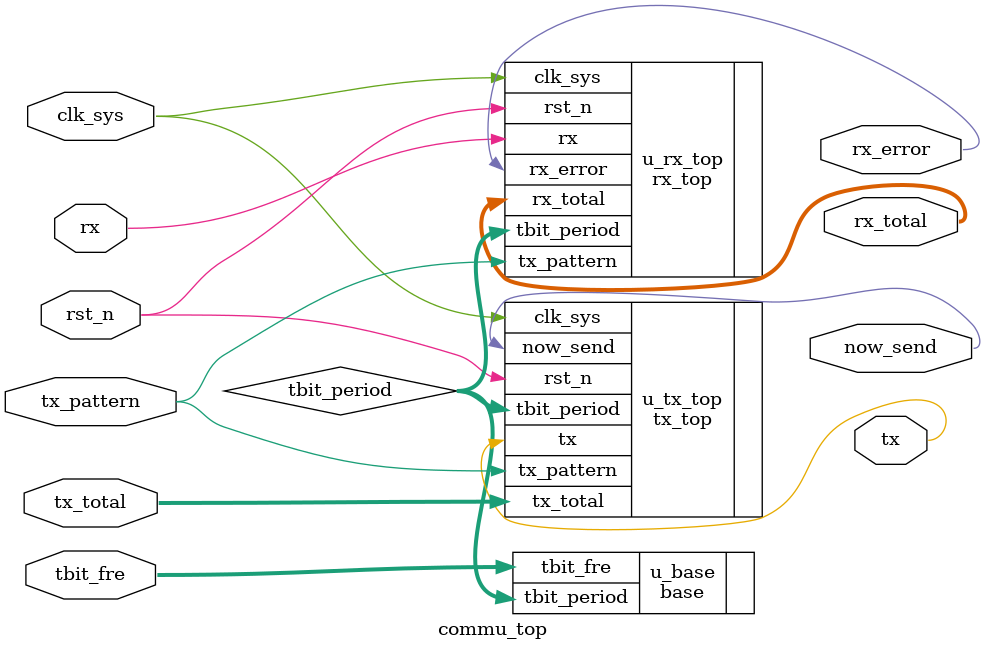
<source format=v>



module commu_top(
tx,
rx,
//configuration
tbit_fre,
tx_total,
tx_pattern,
rx_total,
rx_error,
now_send,
//clk rst
clk_sys,
rst_n
);
output tx;
input  rx;
//configuration
input [15:0]	tbit_fre;
input [31:0]	tx_total;
input					tx_pattern;
output[31:0]  rx_total;
output rx_error;
output now_send;
//clk rst
input clk_sys;
input rst_n;
//---------------------------------------
//---------------------------------------

wire [19:0] tbit_period;
base u_base(
.tbit_period(tbit_period),
.tbit_fre(tbit_fre)
);

tx_top u_tx_top(
.tx(tx),
//configuration
.tbit_period(tbit_period),
.tx_total(tx_total),
.tx_pattern(tx_pattern),
.now_send(now_send),
//clk rst
.clk_sys(clk_sys),
.rst_n(rst_n)
);


rx_top u_rx_top(
.rx(rx),
.rx_total(rx_total),
.rx_error(rx_error),
.tbit_period(tbit_period),
.tx_pattern(tx_pattern),
//clk rst
.clk_sys(clk_sys),
.rst_n(rst_n)
);


endmodule


</source>
